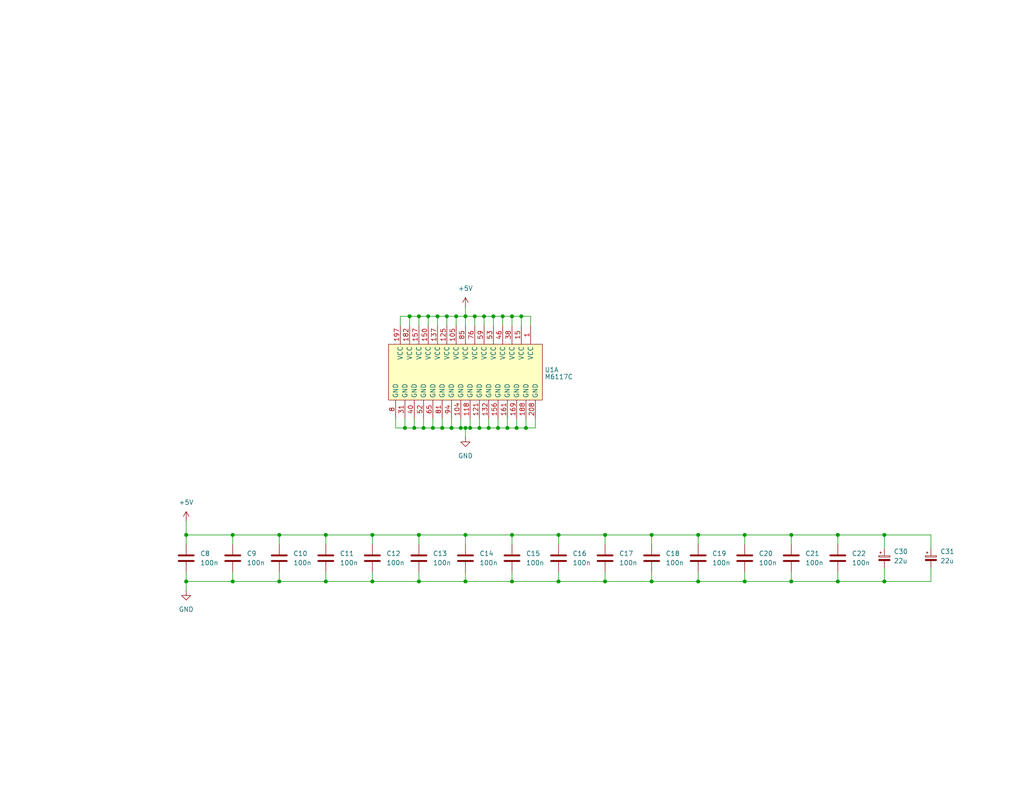
<source format=kicad_sch>
(kicad_sch (version 20250114) (generator "eeschema") (generator_version "9.0")
  (paper "USLetter")
  (lib_symbols
    (symbol "Device:C" (pin_numbers (hide yes)) (pin_names (offset 0.254))
      (property "Reference" "C" (at 0.635 2.54 0))
      (property "Value" "C" (at 0.635 -2.54 0))
      (symbol "C_0_1"
        (polyline (pts (xy -2.032 0.762) (xy 2.032 0.762)) (stroke (width 0.508)))
        (polyline (pts (xy -2.032 -0.762) (xy 2.032 -0.762)) (stroke (width 0.508)))
      )
      (symbol "C_1_1"
        (pin passive line (at 0 3.81 270) (length 2.794) (name "~") (number "1"))
        (pin passive line (at 0 -3.81 90) (length 2.794) (name "~") (number "2"))
      )
    )
    (symbol "Device:C_Polarized_Small" (pin_numbers (hide yes)) (pin_names (offset 0.254) (hide yes))
      (property "Reference" "C" (at 0.254 1.778 0))
      (property "Value" "C_Polarized_Small" (at 0.254 -2.032 0))
      (symbol "C_Polarized_Small_0_1"
        (rectangle (start -1.524 0.6858) (end 1.524 0.3048))
        (rectangle (start -1.524 -0.3048) (end 1.524 -0.6858) (fill (type outline)))
        (polyline (pts (xy -1.27 1.524) (xy -0.762 1.524)))
        (polyline (pts (xy -1.016 1.27) (xy -1.016 1.778)))
      )
      (symbol "C_Polarized_Small_1_1"
        (pin passive line (at 0 2.54 270) (length 1.8542) (name "~") (number "1"))
        (pin passive line (at 0 -2.54 90) (length 1.8542) (name "~") (number "2"))
      )
    )
    (symbol "pc-parts:M6117C"
      (property "Reference" "U" (at 0 0 0))
      (symbol "M6117C_1_0"
        (unit_name "Power")
        (pin power_in line (at -19.05 -12.7 90) (length 5.08) (name "GND") (number "8"))
        (pin power_in line (at -17.78 12.7 270) (length 5.08) (name "VCC") (number "197"))
        (pin power_in line (at -16.51 -12.7 90) (length 5.08) (name "GND") (number "31"))
        (pin power_in line (at -15.24 12.7 270) (length 5.08) (name "VCC") (number "182"))
        (pin power_in line (at -13.97 -12.7 90) (length 5.08) (name "GND") (number "40"))
        (pin power_in line (at -12.7 12.7 270) (length 5.08) (name "VCC") (number "157"))
        (pin power_in line (at -11.43 -12.7 90) (length 5.08) (name "GND") (number "52"))
        (pin power_in line (at -10.16 12.7 270) (length 5.08) (name "VCC") (number "150"))
        (pin power_in line (at -8.89 -12.7 90) (length 5.08) (name "GND") (number "65"))
        (pin power_in line (at -7.62 12.7 270) (length 5.08) (name "VCC") (number "137"))
        (pin power_in line (at -6.35 -12.7 90) (length 5.08) (name "GND") (number "81"))
        (pin power_in line (at -5.08 12.7 270) (length 5.08) (name "VCC") (number "125"))
        (pin power_in line (at -3.81 -12.7 90) (length 5.08) (name "GND") (number "94"))
        (pin power_in line (at -2.54 12.7 270) (length 5.08) (name "VCC") (number "105"))
        (pin power_in line (at -1.27 -12.7 90) (length 5.08) (name "GND") (number "104"))
        (pin power_in line (at 0 12.7 270) (length 5.08) (name "VCC") (number "85"))
        (pin power_in line (at 1.27 -12.7 90) (length 5.08) (name "GND") (number "118"))
        (pin power_in line (at 2.54 12.7 270) (length 5.08) (name "VCC") (number "76"))
        (pin power_in line (at 3.81 -12.7 90) (length 5.08) (name "GND") (number "121"))
        (pin power_in line (at 5.08 12.7 270) (length 5.08) (name "VCC") (number "59"))
        (pin power_in line (at 6.35 -12.7 90) (length 5.08) (name "GND") (number "132"))
        (pin power_in line (at 7.62 12.7 270) (length 5.08) (name "VCC") (number "53"))
        (pin power_in line (at 8.89 -12.7 90) (length 5.08) (name "GND") (number "156"))
        (pin power_in line (at 10.16 12.7 270) (length 5.08) (name "VCC") (number "46"))
        (pin power_in line (at 11.43 -12.7 90) (length 5.08) (name "GND") (number "161"))
        (pin power_in line (at 12.7 12.7 270) (length 5.08) (name "VCC") (number "38"))
        (pin power_in line (at 13.97 -12.7 90) (length 5.08) (name "GND") (number "169"))
        (pin power_in line (at 15.24 12.7 270) (length 5.08) (name "VCC") (number "15"))
        (pin power_in line (at 16.51 -12.7 90) (length 5.08) (name "GND") (number "188"))
        (pin power_in line (at 17.78 12.7 270) (length 5.08) (name "VCC") (number "1"))
        (pin power_in line (at 19.05 -12.7 90) (length 5.08) (name "GND") (number "208"))
      )
      (symbol "M6117C_1_1"
        (unit_name "Power")
        (rectangle (start -20.955 7.62) (end 20.955 -7.62) (fill (type background)))
      )
      (symbol "M6117C_2_0"
        (unit_name "RAM")
        (pin output line (at -19.05 31.75 0) (length 5.08) (name "MA0") (number "108"))
        (pin output line (at -19.05 29.21 0) (length 5.08) (name "MA1") (number "107"))
        (pin output line (at -19.05 26.67 0) (length 5.08) (name "MA2") (number "106"))
        (pin output line (at -19.05 24.13 0) (length 5.08) (name "MA3") (number "103"))
        (pin output line (at -19.05 21.59 0) (length 5.08) (name "MA4") (number "102"))
        (pin output line (at -19.05 19.05 0) (length 5.08) (name "MA5") (number "101"))
        (pin output line (at -19.05 16.51 0) (length 5.08) (name "MA6") (number "100"))
        (pin output line (at -19.05 13.97 0) (length 5.08) (name "MA7") (number "99"))
        (pin output line (at -19.05 11.43 0) (length 5.08) (name "MA8") (number "98"))
        (pin output line (at -19.05 8.89 0) (length 5.08) (name "MA9") (number "97"))
        (pin output line (at -19.05 6.35 0) (length 5.08) (name "MA10") (number "96"))
        (pin output line (at -19.05 3.81 0) (length 5.08) (name "MA11") (number "95"))
        (pin output line (at -19.05 -1.27 0) (length 5.08) (name "~{RAS0}") (number "84"))
        (pin output line (at -19.05 -3.81 0) (length 5.08) (name "~{RAS1}") (number "83"))
        (pin output line (at -19.05 -6.35 0) (length 5.08) (name "~{RAS2}") (number "82"))
        (pin output line (at -19.05 -8.89 0) (length 5.08) (name "~{RAS3}") (number "80"))
        (pin output line (at -19.05 -13.97 0) (length 5.08) (name "~{CAS0L}") (number "93"))
        (pin output line (at -19.05 -16.51 0) (length 5.08) (name "~{CAS0H}") (number "92"))
        (pin output line (at -19.05 -19.05 0) (length 5.08) (name "~{CAS1L}") (number "91"))
        (pin output line (at -19.05 -21.59 0) (length 5.08) (name "~{CAS1H}") (number "90"))
        (pin output line (at -19.05 -24.13 0) (length 5.08) (name "~{CAS2L}") (number "89"))
        (pin output line (at -19.05 -26.67 0) (length 5.08) (name "~{CAS2H}") (number "88"))
        (pin output line (at -19.05 -29.21 0) (length 5.08) (name "~{CAS3L}") (number "87"))
        (pin output line (at -19.05 -31.75 0) (length 5.08) (name "~{CAS3H}") (number "86"))
        (pin bidirectional line (at 19.05 31.75 180) (length 5.08) (name "BD0") (number "75"))
        (pin bidirectional line (at 19.05 29.21 180) (length 5.08) (name "BD1") (number "74"))
        (pin bidirectional line (at 19.05 26.67 180) (length 5.08) (name "BD2") (number "73"))
        (pin bidirectional line (at 19.05 24.13 180) (length 5.08) (name "BD3") (number "72"))
        (pin bidirectional line (at 19.05 21.59 180) (length 5.08) (name "BD4") (number "71"))
        (pin bidirectional line (at 19.05 19.05 180) (length 5.08) (name "BD5") (number "70"))
        (pin bidirectional line (at 19.05 16.51 180) (length 5.08) (name "BD6") (number "69"))
        (pin bidirectional line (at 19.05 13.97 180) (length 5.08) (name "BD7") (number "68"))
        (pin bidirectional line (at 19.05 11.43 180) (length 5.08) (name "BD8") (number "67"))
        (pin bidirectional line (at 19.05 8.89 180) (length 5.08) (name "BD9") (number "66"))
        (pin bidirectional line (at 19.05 6.35 180) (length 5.08) (name "BD10") (number "64"))
        (pin bidirectional line (at 19.05 3.81 180) (length 5.08) (name "BD11") (number "63"))
        (pin bidirectional line (at 19.05 1.27 180) (length 5.08) (name "BD12") (number "62"))
        (pin bidirectional line (at 19.05 -1.27 180) (length 5.08) (name "BD13") (number "61"))
        (pin bidirectional line (at 19.05 -3.81 180) (length 5.08) (name "BD14") (number "60"))
        (pin bidirectional line (at 19.05 -6.35 180) (length 5.08) (name "BD15") (number "58"))
        (pin bidirectional line (at 19.05 -11.43 180) (length 5.08) (name "PDH") (number "77"))
        (pin bidirectional line (at 19.05 -13.97 180) (length 5.08) (name "PDL") (number "78"))
        (pin output line (at 19.05 -19.05 180) (length 5.08) (name "~{WE}") (number "79"))
      )
      (symbol "M6117C_2_1"
        (unit_name "RAM")
        (rectangle (start -13.97 33.655) (end 13.97 -33.655) (fill (type background)))
      )
      (symbol "M6117C_3_0"
        (unit_name "RTC and ROM Interface")
        (pin power_in line (at -19.05 12.7 0) (length 5.08) (name "VBAT") (number "110"))
        (pin input line (at -19.05 7.62 0) (length 5.08) (name "XTAL1") (number "111"))
        (pin output line (at -19.05 5.08 0) (length 5.08) (name "XTAL2") (number "112"))
        (pin output line (at -19.05 0 0) (length 5.08) (name "AS") (number "109"))
        (pin output line (at -19.05 -5.08 0) (length 5.08) (name "~{RTCW}") (number "114"))
        (pin output line (at -19.05 -7.62 0) (length 5.08) (name "~{RTCR}") (number "115"))
        (pin input line (at -19.05 -12.7 0) (length 5.08) (name "~{IRQ8}") (number "116"))
        (pin bidirectional line (at 19.05 12.7 180) (length 5.08) (name "XD0") (number "136"))
        (pin bidirectional line (at 19.05 10.16 180) (length 5.08) (name "XD1") (number "135"))
        (pin bidirectional line (at 19.05 7.62 180) (length 5.08) (name "XD2") (number "134"))
        (pin bidirectional line (at 19.05 5.08 180) (length 5.08) (name "XD3") (number "133"))
        (pin bidirectional line (at 19.05 2.54 180) (length 5.08) (name "XD4") (number "131"))
        (pin bidirectional line (at 19.05 0 180) (length 5.08) (name "XD5") (number "130"))
        (pin bidirectional line (at 19.05 -2.54 180) (length 5.08) (name "XD6") (number "129"))
        (pin bidirectional line (at 19.05 -5.08 180) (length 5.08) (name "XD7") (number "128"))
        (pin bidirectional line (at 19.05 -10.16 180) (length 5.08) (name "~{ROMKBCS}") (number "119"))
      )
      (symbol "M6117C_3_1"
        (unit_name "RTC and ROM Interface")
        (rectangle (start -13.97 15.24) (end 13.97 -15.24) (fill (type background)))
      )
      (symbol "M6117C_4_0"
        (unit_name "NPU Interface")
        (pin output line (at -19.05 8.89 0) (length 5.08) (name "BA25") (number "42"))
        (pin output line (at -19.05 6.35 0) (length 5.08) (name "BA24") (number "43"))
        (pin output line (at -19.05 3.81 0) (length 5.08) (name "BA23") (number "44"))
        (pin output line (at -19.05 1.27 0) (length 5.08) (name "BA2") (number "45"))
        (pin input line (at -19.05 -1.27 0) (length 5.08) (name "~{BUSY7}") (number "47"))
        (pin input line (at -19.05 -3.81 0) (length 5.08) (name "~{ERR7}") (number "55"))
        (pin input line (at -19.05 -6.35 0) (length 5.08) (name "~{NPRDY7}") (number "56"))
        (pin input line (at -19.05 -8.89 0) (length 5.08) (name "PRQ7") (number "57"))
        (pin output line (at 19.05 8.89 180) (length 5.08) (name "W/~{R}") (number "48"))
        (pin output line (at 19.05 6.35 180) (length 5.08) (name "D/~{C}") (number "49"))
        (pin output line (at 19.05 3.81 180) (length 5.08) (name "M/~{IO}") (number "50"))
        (pin output line (at 19.05 1.27 180) (length 5.08) (name "RSTNP") (number "51"))
        (pin output line (at 19.05 -1.27 180) (length 5.08) (name "~{ADS}") (number "54"))
        (pin output line (at 19.05 -3.81 180) (length 5.08) (name "~{BEH}") (number "36"))
        (pin output line (at 19.05 -6.35 180) (length 5.08) (name "~{BEL}") (number "37"))
        (pin output line (at 19.05 -8.89 180) (length 5.08) (name "~{RDY0}") (number "30"))
      )
      (symbol "M6117C_4_1"
        (unit_name "NPU Interface")
        (rectangle (start -13.97 10.795) (end 13.97 -10.795) (fill (type background)))
      )
      (symbol "M6117C_5_0"
        (unit_name "Keyboard and Mouse")
        (pin bidirectional line (at 19.05 5.08 180) (length 5.08) (name "KBCLK") (number "122"))
        (pin bidirectional line (at 19.05 2.54 180) (length 5.08) (name "KBDATA") (number "123"))
        (pin bidirectional line (at 19.05 -2.54 180) (length 5.08) (name "MSCLK") (number "34"))
        (pin bidirectional line (at 19.05 -5.08 180) (length 5.08) (name "MSDATA/IRQ12") (number "155"))
      )
      (symbol "M6117C_5_1"
        (unit_name "Keyboard and Mouse")
        (rectangle (start -13.97 6.985) (end 13.97 -6.985) (fill (type background)))
      )
      (symbol "M6117C_6_0"
        (unit_name "ISA Interface")
        (pin input line (at -19.05 53.34 0) (length 5.08) (name "~{IO16}") (number "3"))
        (pin input line (at -19.05 50.8 0) (length 5.08) (name "~{MEM16}") (number "4"))
        (pin input line (at -19.05 48.26 0) (length 5.08) (name "~{IOCHK}") (number "196"))
        (pin input line (at -19.05 45.72 0) (length 5.08) (name "~{MASTER}") (number "198"))
        (pin bidirectional line (at -19.05 43.18 0) (length 5.08) (name "AEN") (number "199"))
        (pin bidirectional line (at -19.05 40.64 0) (length 5.08) (name "~{BHE}") (number "200"))
        (pin output line (at -19.05 38.1 0) (length 5.08) (name "TC") (number "14"))
        (pin bidirectional line (at -19.05 35.56 0) (length 5.08) (name "~{REFRESH}") (number "163"))
        (pin input line (at -19.05 33.02 0) (length 5.08) (name "IOCHRDY") (number "164"))
        (pin bidirectional line (at -19.05 30.48 0) (length 5.08) (name "~{IOR}") (number "166"))
        (pin bidirectional line (at -19.05 27.94 0) (length 5.08) (name "~{IOW}") (number "167"))
        (pin output line (at -19.05 25.4 0) (length 5.08) (name "~{SMEMR}") (number "168"))
        (pin output line (at -19.05 22.86 0) (length 5.08) (name "~{SMEMW}") (number "170"))
        (pin bidirectional line (at -19.05 20.32 0) (length 5.08) (name "~{MRD}") (number "171"))
        (pin bidirectional line (at -19.05 17.78 0) (length 5.08) (name "~{MWT}") (number "172"))
        (pin output line (at -19.05 15.24 0) (length 5.08) (name "BALE") (number "173"))
        (pin bidirectional line (at -19.05 10.16 0) (length 5.08) (name "~{DACK0}") (number "16"))
        (pin bidirectional line (at -19.05 7.62 0) (length 5.08) (name "DRQ0") (number "17"))
        (pin bidirectional line (at -19.05 5.08 0) (length 5.08) (name "~{DACK1}") (number "18"))
        (pin bidirectional line (at -19.05 2.54 0) (length 5.08) (name "DRQ1") (number "19"))
        (pin bidirectional line (at -19.05 0 0) (length 5.08) (name "~{DACK2}") (number "20"))
        (pin bidirectional line (at -19.05 -2.54 0) (length 5.08) (name "DRQ2") (number "21"))
        (pin bidirectional line (at -19.05 -5.08 0) (length 5.08) (name "~{DACK3}") (number "22"))
        (pin bidirectional line (at -19.05 -7.62 0) (length 5.08) (name "DRQ3") (number "23"))
        (pin bidirectional line (at -19.05 -10.16 0) (length 5.08) (name "~{DACK5}") (number "24"))
        (pin bidirectional line (at -19.05 -12.7 0) (length 5.08) (name "DRQ5") (number "25"))
        (pin bidirectional line (at -19.05 -15.24 0) (length 5.08) (name "~{DACK6}") (number "26"))
        (pin bidirectional line (at -19.05 -17.78 0) (length 5.08) (name "DRQ6") (number "27"))
        (pin bidirectional line (at -19.05 -20.32 0) (length 5.08) (name "~{DACK7}") (number "28"))
        (pin bidirectional line (at -19.05 -22.86 0) (length 5.08) (name "DRQ7") (number "29"))
        (pin bidirectional line (at -19.05 -27.94 0) (length 5.08) (name "IRQ1") (number "124"))
        (pin input line (at -19.05 -30.48 0) (length 5.08) (name "IRQ3") (number "152"))
        (pin input line (at -19.05 -33.02 0) (length 5.08) (name "IRQ4") (number "151"))
        (pin input line (at -19.05 -35.56 0) (length 5.08) (name "IRQ5") (number "149"))
        (pin input line (at -19.05 -38.1 0) (length 5.08) (name "IRQ6") (number "148"))
        (pin input line (at -19.05 -40.64 0) (length 5.08) (name "IRQ7") (number "147"))
        (pin input line (at -19.05 -43.18 0) (length 5.08) (name "IRQ9") (number "146"))
        (pin input line (at -19.05 -45.72 0) (length 5.08) (name "IRQ10") (number "153"))
        (pin input line (at -19.05 -48.26 0) (length 5.08) (name "IRQ11") (number "154"))
        (pin input line (at -19.05 -50.8 0) (length 5.08) (name "IRQ14") (number "158"))
        (pin input line (at -19.05 -53.34 0) (length 5.08) (name "IRQ15") (number "159"))
        (pin bidirectional line (at 19.05 55.88 180) (length 5.08) (name "SD0") (number "145"))
        (pin bidirectional line (at 19.05 53.34 180) (length 5.08) (name "SD1") (number "144"))
        (pin bidirectional line (at 19.05 50.8 180) (length 5.08) (name "SD2") (number "143"))
        (pin bidirectional line (at 19.05 48.26 180) (length 5.08) (name "SD3") (number "142"))
        (pin bidirectional line (at 19.05 45.72 180) (length 5.08) (name "SD4") (number "141"))
        (pin bidirectional line (at 19.05 43.18 180) (length 5.08) (name "SD5") (number "140"))
        (pin bidirectional line (at 19.05 40.64 180) (length 5.08) (name "SD6") (number "139"))
        (pin bidirectional line (at 19.05 38.1 180) (length 5.08) (name "SD7") (number "138"))
        (pin bidirectional line (at 19.05 35.56 180) (length 5.08) (name "SD8") (number "5"))
        (pin bidirectional line (at 19.05 33.02 180) (length 5.08) (name "SD9") (number "6"))
        (pin bidirectional line (at 19.05 30.48 180) (length 5.08) (name "SD10") (number "7"))
        (pin bidirectional line (at 19.05 27.94 180) (length 5.08) (name "SD11") (number "9"))
        (pin bidirectional line (at 19.05 25.4 180) (length 5.08) (name "SD12") (number "10"))
        (pin bidirectional line (at 19.05 22.86 180) (length 5.08) (name "SD13") (number "11"))
        (pin bidirectional line (at 19.05 20.32 180) (length 5.08) (name "SD14") (number "12"))
        (pin bidirectional line (at 19.05 17.78 180) (length 5.08) (name "SD15") (number "13"))
        (pin bidirectional line (at 19.05 12.7 180) (length 5.08) (name "SA0") (number "195"))
        (pin bidirectional line (at 19.05 10.16 180) (length 5.08) (name "SA1") (number "194"))
        (pin bidirectional line (at 19.05 7.62 180) (length 5.08) (name "SA2") (number "193"))
        (pin bidirectional line (at 19.05 5.08 180) (length 5.08) (name "SA3") (number "192"))
        (pin bidirectional line (at 19.05 2.54 180) (length 5.08) (name "SA4") (number "191"))
        (pin bidirectional line (at 19.05 0 180) (length 5.08) (name "SA5") (number "190"))
        (pin bidirectional line (at 19.05 -2.54 180) (length 5.08) (name "SA6") (number "189"))
        (pin bidirectional line (at 19.05 -5.08 180) (length 5.08) (name "SA7") (number "187"))
        (pin bidirectional line (at 19.05 -7.62 180) (length 5.08) (name "SA8") (number "186"))
        (pin bidirectional line (at 19.05 -10.16 180) (length 5.08) (name "SA9") (number "185"))
        (pin bidirectional line (at 19.05 -12.7 180) (length 5.08) (name "SA10") (number "184"))
        (pin bidirectional line (at 19.05 -15.24 180) (length 5.08) (name "SA11") (number "183"))
        (pin bidirectional line (at 19.05 -17.78 180) (length 5.08) (name "SA12") (number "181"))
        (pin bidirectional line (at 19.05 -20.32 180) (length 5.08) (name "SA13") (number "180"))
        (pin bidirectional line (at 19.05 -22.86 180) (length 5.08) (name "SA14") (number "179"))
        (pin bidirectional line (at 19.05 -25.4 180) (length 5.08) (name "SA15") (number "178"))
        (pin bidirectional line (at 19.05 -27.94 180) (length 5.08) (name "SA16") (number "177"))
        (pin bidirectional line (at 19.05 -30.48 180) (length 5.08) (name "~{HDEN}/SA17") (number "176"))
        (pin bidirectional line (at 19.05 -33.02 180) (length 5.08) (name "~{HDCS0}/SA18") (number "175"))
        (pin bidirectional line (at 19.05 -35.56 180) (length 5.08) (name "~{HDCS1}/SA19") (number "174"))
        (pin bidirectional line (at 19.05 -40.64 180) (length 5.08) (name "LA17") (number "207"))
        (pin bidirectional line (at 19.05 -43.18 180) (length 5.08) (name "LA18") (number "206"))
        (pin bidirectional line (at 19.05 -45.72 180) (length 5.08) (name "LA19") (number "205"))
        (pin bidirectional line (at 19.05 -48.26 180) (length 5.08) (name "LA20") (number "204"))
        (pin bidirectional line (at 19.05 -50.8 180) (length 5.08) (name "LA21") (number "203"))
        (pin bidirectional line (at 19.05 -53.34 180) (length 5.08) (name "LA22") (number "202"))
        (pin bidirectional line (at 19.05 -55.88 180) (length 5.08) (name "LA23") (number "201"))
      )
      (symbol "M6117C_6_1"
        (unit_name "ISA Interface")
        (rectangle (start -13.97 58.42) (end 13.97 -58.42) (fill (type background)))
      )
      (symbol "M6117C_7_0"
        (unit_name "Oscillators and Misc")
        (pin input line (at -19.05 12.7 0) (length 5.08) (name "BCLK2") (number "39"))
        (pin input line (at -19.05 10.16 0) (length 5.08) (name "OSC14M") (number "117"))
        (pin input line (at -19.05 5.08 0) (length 5.08) (name "PWG") (number "113"))
        (pin input line (at -19.05 0 0) (length 5.08) (name "~{TEST}") (number "2"))
        (pin input line (at -19.05 -5.08 0) (length 5.08) (name "~{NOWS}") (number "165"))
        (pin input line (at -19.05 -10.16 0) (length 5.08) (name "EXTSW2") (number "126"))
        (pin input line (at -19.05 -12.7 0) (length 5.08) (name "EXTSW1") (number "127"))
        (pin output line (at 19.05 12.7 180) (length 5.08) (name "BCLK1") (number "41"))
        (pin output line (at 19.05 10.16 180) (length 5.08) (name "CK7M") (number "120"))
        (pin output line (at 19.05 7.62 180) (length 5.08) (name "ATCLK") (number "160"))
        (pin output line (at 19.05 2.54 180) (length 5.08) (name "RSTDRV") (number "162"))
        (pin output line (at 19.05 -2.54 180) (length 5.08) (name "SPKR") (number "32"))
        (pin output line (at 19.05 -7.62 180) (length 5.08) (name "CPUSPD") (number "33"))
        (pin output line (at 19.05 -12.7 180) (length 5.08) (name "ENPOWER") (number "35"))
      )
      (symbol "M6117C_7_1"
        (unit_name "Oscillators and Misc")
        (rectangle (start -13.97 15.24) (end 13.97 -15.24) (fill (type background)))
      )
    )
    (symbol "power:+5V" (power) (pin_numbers (hide yes)) (pin_names (offset 0) (hide yes))
      (property "Value" "+5V" (at 0 3.556 0))
      (symbol "+5V_0_1"
        (polyline (pts (xy -0.762 1.27) (xy 0 2.54)))
        (polyline (pts (xy 0 2.54) (xy 0.762 1.27)))
        (polyline (pts (xy 0 0) (xy 0 2.54)))
      )
      (symbol "+5V_1_1"
        (pin power_in line (at 0 0 90) (length 0) (name "~") (number "1"))
      )
    )
    (symbol "power:GND" (power) (pin_numbers (hide yes)) (pin_names (offset 0) (hide yes))
      (property "Value" "GND" (at 0 -3.81 0))
      (symbol "GND_0_1"
        (polyline (pts (xy 0 0) (xy 0 -1.27) (xy 1.27 -1.27) (xy 0 -2.54) (xy -1.27 -1.27) (xy 0 -1.27)))
      )
      (symbol "GND_1_1"
        (pin power_in line (at 0 0 270) (length 0) (name "~") (number "1"))
      )
    )
  )
  (junction (at 228.6 158.75))
  (junction (at 127 146.05))
  (junction (at 127 158.75))
  (junction (at 123.19 116.84))
  (junction (at 111.76 86.36))
  (junction (at 142.24 86.36))
  (junction (at 139.7 146.05))
  (junction (at 165.1 146.05))
  (junction (at 119.38 86.36))
  (junction (at 50.8 146.05))
  (junction (at 125.73 116.84))
  (junction (at 241.3 146.05))
  (junction (at 76.2 158.75))
  (junction (at 121.92 86.36))
  (junction (at 101.6 158.75))
  (junction (at 88.9 146.05))
  (junction (at 113.03 116.84))
  (junction (at 215.9 146.05))
  (junction (at 88.9 158.75))
  (junction (at 139.7 86.36))
  (junction (at 165.1 158.75))
  (junction (at 76.2 146.05))
  (junction (at 137.16 86.36))
  (junction (at 139.7 158.75))
  (junction (at 63.5 158.75))
  (junction (at 118.11 116.84))
  (junction (at 114.3 86.36))
  (junction (at 138.43 116.84))
  (junction (at 152.4 158.75))
  (junction (at 190.5 146.05))
  (junction (at 177.8 146.05))
  (junction (at 203.2 158.75))
  (junction (at 128.27 116.84))
  (junction (at 115.57 116.84))
  (junction (at 130.81 116.84))
  (junction (at 63.5 146.05))
  (junction (at 140.97 116.84))
  (junction (at 132.08 86.36))
  (junction (at 110.49 116.84))
  (junction (at 177.8 158.75))
  (junction (at 124.46 86.36))
  (junction (at 135.89 116.84))
  (junction (at 228.6 146.05))
  (junction (at 114.3 146.05))
  (junction (at 127 116.84))
  (junction (at 133.35 116.84))
  (junction (at 215.9 158.75))
  (junction (at 190.5 158.75))
  (junction (at 143.51 116.84))
  (junction (at 50.8 158.75))
  (junction (at 203.2 146.05))
  (junction (at 120.65 116.84))
  (junction (at 152.4 146.05))
  (junction (at 127 86.36))
  (junction (at 241.3 158.75))
  (junction (at 129.54 86.36))
  (junction (at 101.6 146.05))
  (junction (at 134.62 86.36))
  (junction (at 114.3 158.75))
  (junction (at 116.84 86.36))
  (wire (pts (xy 123.19 116.84) (xy 120.65 116.84)))
  (wire (pts (xy 128.27 116.84) (xy 130.81 116.84)))
  (wire (pts (xy 101.6 146.05) (xy 101.6 148.59)))
  (wire (pts (xy 127 116.84) (xy 128.27 116.84)))
  (wire (pts (xy 101.6 146.05) (xy 114.3 146.05)))
  (wire (pts (xy 110.49 116.84) (xy 107.95 116.84)))
  (wire (pts (xy 115.57 114.3) (xy 115.57 116.84)))
  (wire (pts (xy 142.24 86.36) (xy 144.78 86.36)))
  (wire (pts (xy 130.81 116.84) (xy 133.35 116.84)))
  (wire (pts (xy 139.7 158.75) (xy 152.4 158.75)))
  (wire (pts (xy 114.3 86.36) (xy 116.84 86.36)))
  (wire (pts (xy 146.05 116.84) (xy 146.05 114.3)))
  (wire (pts (xy 152.4 158.75) (xy 165.1 158.75)))
  (wire (pts (xy 119.38 86.36) (xy 121.92 86.36)))
  (wire (pts (xy 215.9 146.05) (xy 215.9 148.59)))
  (wire (pts (xy 63.5 146.05) (xy 76.2 146.05)))
  (wire (pts (xy 134.62 86.36) (xy 137.16 86.36)))
  (wire (pts (xy 101.6 156.21) (xy 101.6 158.75)))
  (wire (pts (xy 88.9 158.75) (xy 101.6 158.75)))
  (wire (pts (xy 76.2 158.75) (xy 88.9 158.75)))
  (wire (pts (xy 241.3 146.05) (xy 228.6 146.05)))
  (wire (pts (xy 228.6 158.75) (xy 228.6 156.21)))
  (wire (pts (xy 121.92 86.36) (xy 124.46 86.36)))
  (wire (pts (xy 63.5 146.05) (xy 63.5 148.59)))
  (wire (pts (xy 129.54 86.36) (xy 129.54 88.9)))
  (wire (pts (xy 177.8 146.05) (xy 190.5 146.05)))
  (wire (pts (xy 228.6 158.75) (xy 241.3 158.75)))
  (wire (pts (xy 165.1 156.21) (xy 165.1 158.75)))
  (wire (pts (xy 111.76 86.36) (xy 111.76 88.9)))
  (wire (pts (xy 165.1 146.05) (xy 165.1 148.59)))
  (wire (pts (xy 254 146.05) (xy 241.3 146.05)))
  (wire (pts (xy 130.81 114.3) (xy 130.81 116.84)))
  (wire (pts (xy 203.2 156.21) (xy 203.2 158.75)))
  (wire (pts (xy 133.35 114.3) (xy 133.35 116.84)))
  (wire (pts (xy 127 146.05) (xy 127 148.59)))
  (wire (pts (xy 132.08 86.36) (xy 134.62 86.36)))
  (wire (pts (xy 215.9 156.21) (xy 215.9 158.75)))
  (wire (pts (xy 190.5 156.21) (xy 190.5 158.75)))
  (wire (pts (xy 111.76 86.36) (xy 114.3 86.36)))
  (wire (pts (xy 114.3 156.21) (xy 114.3 158.75)))
  (wire (pts (xy 139.7 146.05) (xy 139.7 148.59)))
  (wire (pts (xy 120.65 116.84) (xy 118.11 116.84)))
  (wire (pts (xy 177.8 146.05) (xy 177.8 148.59)))
  (wire (pts (xy 88.9 146.05) (xy 88.9 148.59)))
  (wire (pts (xy 118.11 116.84) (xy 115.57 116.84)))
  (wire (pts (xy 133.35 116.84) (xy 135.89 116.84)))
  (wire (pts (xy 177.8 156.21) (xy 177.8 158.75)))
  (wire (pts (xy 114.3 86.36) (xy 114.3 88.9)))
  (wire (pts (xy 135.89 114.3) (xy 135.89 116.84)))
  (wire (pts (xy 76.2 156.21) (xy 76.2 158.75)))
  (wire (pts (xy 241.3 149.86) (xy 241.3 146.05)))
  (wire (pts (xy 109.22 88.9) (xy 109.22 86.36)))
  (wire (pts (xy 50.8 146.05) (xy 50.8 148.59)))
  (wire (pts (xy 152.4 146.05) (xy 165.1 146.05)))
  (wire (pts (xy 101.6 158.75) (xy 114.3 158.75)))
  (wire (pts (xy 138.43 116.84) (xy 140.97 116.84)))
  (wire (pts (xy 143.51 114.3) (xy 143.51 116.84)))
  (wire (pts (xy 114.3 158.75) (xy 127 158.75)))
  (wire (pts (xy 203.2 158.75) (xy 215.9 158.75)))
  (wire (pts (xy 109.22 86.36) (xy 111.76 86.36)))
  (wire (pts (xy 116.84 86.36) (xy 119.38 86.36)))
  (wire (pts (xy 152.4 156.21) (xy 152.4 158.75)))
  (wire (pts (xy 50.8 158.75) (xy 50.8 161.29)))
  (wire (pts (xy 113.03 116.84) (xy 110.49 116.84)))
  (wire (pts (xy 127 119.38) (xy 127 116.84)))
  (wire (pts (xy 114.3 146.05) (xy 114.3 148.59)))
  (wire (pts (xy 139.7 156.21) (xy 139.7 158.75)))
  (wire (pts (xy 107.95 116.84) (xy 107.95 114.3)))
  (wire (pts (xy 120.65 114.3) (xy 120.65 116.84)))
  (wire (pts (xy 152.4 146.05) (xy 152.4 148.59)))
  (wire (pts (xy 190.5 146.05) (xy 203.2 146.05)))
  (wire (pts (xy 50.8 156.21) (xy 50.8 158.75)))
  (wire (pts (xy 88.9 156.21) (xy 88.9 158.75)))
  (wire (pts (xy 140.97 114.3) (xy 140.97 116.84)))
  (wire (pts (xy 228.6 146.05) (xy 228.6 148.59)))
  (wire (pts (xy 114.3 146.05) (xy 127 146.05)))
  (wire (pts (xy 116.84 86.36) (xy 116.84 88.9)))
  (wire (pts (xy 203.2 146.05) (xy 203.2 148.59)))
  (wire (pts (xy 165.1 158.75) (xy 177.8 158.75)))
  (wire (pts (xy 124.46 86.36) (xy 127 86.36)))
  (wire (pts (xy 125.73 114.3) (xy 125.73 116.84)))
  (wire (pts (xy 134.62 86.36) (xy 134.62 88.9)))
  (wire (pts (xy 140.97 116.84) (xy 143.51 116.84)))
  (wire (pts (xy 215.9 158.75) (xy 228.6 158.75)))
  (wire (pts (xy 129.54 86.36) (xy 132.08 86.36)))
  (wire (pts (xy 144.78 86.36) (xy 144.78 88.9)))
  (wire (pts (xy 50.8 158.75) (xy 63.5 158.75)))
  (wire (pts (xy 190.5 146.05) (xy 190.5 148.59)))
  (wire (pts (xy 139.7 86.36) (xy 139.7 88.9)))
  (wire (pts (xy 132.08 86.36) (xy 132.08 88.9)))
  (wire (pts (xy 241.3 158.75) (xy 254 158.75)))
  (wire (pts (xy 139.7 146.05) (xy 152.4 146.05)))
  (wire (pts (xy 50.8 146.05) (xy 63.5 146.05)))
  (wire (pts (xy 124.46 86.36) (xy 124.46 88.9)))
  (wire (pts (xy 88.9 146.05) (xy 101.6 146.05)))
  (wire (pts (xy 123.19 114.3) (xy 123.19 116.84)))
  (wire (pts (xy 203.2 146.05) (xy 215.9 146.05)))
  (wire (pts (xy 63.5 156.21) (xy 63.5 158.75)))
  (wire (pts (xy 241.3 158.75) (xy 241.3 154.94)))
  (wire (pts (xy 127 86.36) (xy 129.54 86.36)))
  (wire (pts (xy 76.2 146.05) (xy 76.2 148.59)))
  (wire (pts (xy 143.51 116.84) (xy 146.05 116.84)))
  (wire (pts (xy 118.11 114.3) (xy 118.11 116.84)))
  (wire (pts (xy 139.7 86.36) (xy 142.24 86.36)))
  (wire (pts (xy 128.27 114.3) (xy 128.27 116.84)))
  (wire (pts (xy 138.43 114.3) (xy 138.43 116.84)))
  (wire (pts (xy 50.8 142.24) (xy 50.8 146.05)))
  (wire (pts (xy 125.73 116.84) (xy 123.19 116.84)))
  (wire (pts (xy 165.1 146.05) (xy 177.8 146.05)))
  (wire (pts (xy 135.89 116.84) (xy 138.43 116.84)))
  (wire (pts (xy 113.03 114.3) (xy 113.03 116.84)))
  (wire (pts (xy 254 149.86) (xy 254 146.05)))
  (wire (pts (xy 110.49 114.3) (xy 110.49 116.84)))
  (wire (pts (xy 190.5 158.75) (xy 203.2 158.75)))
  (wire (pts (xy 137.16 86.36) (xy 137.16 88.9)))
  (wire (pts (xy 115.57 116.84) (xy 113.03 116.84)))
  (wire (pts (xy 127 116.84) (xy 125.73 116.84)))
  (wire (pts (xy 215.9 146.05) (xy 228.6 146.05)))
  (wire (pts (xy 177.8 158.75) (xy 190.5 158.75)))
  (wire (pts (xy 254 154.94) (xy 254 158.75)))
  (wire (pts (xy 119.38 86.36) (xy 119.38 88.9)))
  (wire (pts (xy 127 156.21) (xy 127 158.75)))
  (wire (pts (xy 127 86.36) (xy 127 88.9)))
  (wire (pts (xy 142.24 86.36) (xy 142.24 88.9)))
  (wire (pts (xy 121.92 86.36) (xy 121.92 88.9)))
  (wire (pts (xy 63.5 158.75) (xy 76.2 158.75)))
  (wire (pts (xy 76.2 146.05) (xy 88.9 146.05)))
  (wire (pts (xy 137.16 86.36) (xy 139.7 86.36)))
  (wire (pts (xy 127 158.75) (xy 139.7 158.75)))
  (wire (pts (xy 127 146.05) (xy 139.7 146.05)))
  (wire (pts (xy 127 86.36) (xy 127 83.82)))
  (symbol (lib_id "Device:C") (at 76.2 152.4 0) (unit 1)
    (property "Reference" "C10" (at 80.01 151.1299 0) (effects (justify left)))
    (property "Value" "100n" (at 80.01 153.6699 0) (effects (justify left)))
    (property "Footprint" "Capacitor_SMD:C_0603_1608Metric_Pad1.08x0.95mm_HandSolder" (effects (hide yes)))
    (property "Description" "Unpolarized capacitor" (effects (hide yes)))
  )
  (symbol (lib_id "Device:C") (at 114.3 152.4 0) (unit 1)
    (property "Reference" "C13" (at 118.11 151.1299 0) (effects (justify left)))
    (property "Value" "100n" (at 118.11 153.6699 0) (effects (justify left)))
    (property "Footprint" "Capacitor_SMD:C_0603_1608Metric_Pad1.08x0.95mm_HandSolder" (effects (hide yes)))
    (property "Description" "Unpolarized capacitor" (effects (hide yes)))
  )
  (symbol (lib_id "power:GND") (at 127 119.38 0) (unit 1)
    (property "Reference" "#PWR022" (effects (hide yes)))
    (property "Value" "GND" (at 127 124.46 0))
    (property "Description" "Power symbol creates a global label with name \"GND\" , ground" (effects (hide yes)))
  )
  (symbol (lib_id "Device:C") (at 177.8 152.4 0) (unit 1)
    (property "Reference" "C18" (at 181.61 151.1299 0) (effects (justify left)))
    (property "Value" "100n" (at 181.61 153.6699 0) (effects (justify left)))
    (property "Footprint" "Capacitor_SMD:C_0603_1608Metric_Pad1.08x0.95mm_HandSolder" (effects (hide yes)))
    (property "Description" "Unpolarized capacitor" (effects (hide yes)))
  )
  (symbol (lib_id "Device:C") (at 50.8 152.4 0) (unit 1)
    (property "Reference" "C8" (at 54.61 151.1299 0) (effects (justify left)))
    (property "Value" "100n" (at 54.61 153.6699 0) (effects (justify left)))
    (property "Footprint" "Capacitor_SMD:C_0603_1608Metric_Pad1.08x0.95mm_HandSolder" (effects (hide yes)))
    (property "Description" "Unpolarized capacitor" (effects (hide yes)))
  )
  (symbol (lib_id "Device:C") (at 101.6 152.4 0) (unit 1)
    (property "Reference" "C12" (at 105.41 151.1299 0) (effects (justify left)))
    (property "Value" "100n" (at 105.41 153.6699 0) (effects (justify left)))
    (property "Footprint" "Capacitor_SMD:C_0603_1608Metric_Pad1.08x0.95mm_HandSolder" (effects (hide yes)))
    (property "Description" "Unpolarized capacitor" (effects (hide yes)))
  )
  (symbol (lib_id "pc-parts:M6117C") (at 127 101.6 0) (unit 1)
    (property "Reference" "U1" (at 148.59 100.9649 0) (effects (justify left)))
    (property "Value" "M6117C" (at 148.59 102.87 0) (effects (justify left)))
    (property "Footprint" "Package_QFP:PQFP-208_28x28mm_P0.5mm" (effects (hide yes)))
  )
  (symbol (lib_id "Device:C") (at 127 152.4 0) (unit 1)
    (property "Reference" "C14" (at 130.81 151.1299 0) (effects (justify left)))
    (property "Value" "100n" (at 130.81 153.6699 0) (effects (justify left)))
    (property "Footprint" "Capacitor_SMD:C_0603_1608Metric_Pad1.08x0.95mm_HandSolder" (effects (hide yes)))
    (property "Description" "Unpolarized capacitor" (effects (hide yes)))
  )
  (symbol (lib_id "Device:C") (at 215.9 152.4 0) (unit 1)
    (property "Reference" "C21" (at 219.71 151.1299 0) (effects (justify left)))
    (property "Value" "100n" (at 219.71 153.6699 0) (effects (justify left)))
    (property "Footprint" "Capacitor_SMD:C_0603_1608Metric_Pad1.08x0.95mm_HandSolder" (effects (hide yes)))
    (property "Description" "Unpolarized capacitor" (effects (hide yes)))
  )
  (symbol (lib_id "Device:C") (at 165.1 152.4 0) (unit 1)
    (property "Reference" "C17" (at 168.91 151.1299 0) (effects (justify left)))
    (property "Value" "100n" (at 168.91 153.6699 0) (effects (justify left)))
    (property "Footprint" "Capacitor_SMD:C_0603_1608Metric_Pad1.08x0.95mm_HandSolder" (effects (hide yes)))
    (property "Description" "Unpolarized capacitor" (effects (hide yes)))
  )
  (symbol (lib_id "Device:C") (at 228.6 152.4 0) (unit 1)
    (property "Reference" "C22" (at 232.41 151.1299 0) (effects (justify left)))
    (property "Value" "100n" (at 232.41 153.6699 0) (effects (justify left)))
    (property "Footprint" "Capacitor_SMD:C_0603_1608Metric_Pad1.08x0.95mm_HandSolder" (effects (hide yes)))
    (property "Description" "Unpolarized capacitor" (effects (hide yes)))
  )
  (symbol (lib_id "power:+5V") (at 50.8 142.24 0) (unit 1)
    (property "Reference" "#PWR024" (effects (hide yes)))
    (property "Value" "+5V" (at 50.8 137.16 0))
    (property "Description" "Power symbol creates a global label with name \"+5V\"" (effects (hide yes)))
  )
  (symbol (lib_id "Device:C") (at 88.9 152.4 0) (unit 1)
    (property "Reference" "C11" (at 92.71 151.1299 0) (effects (justify left)))
    (property "Value" "100n" (at 92.71 153.6699 0) (effects (justify left)))
    (property "Footprint" "Capacitor_SMD:C_0603_1608Metric_Pad1.08x0.95mm_HandSolder" (effects (hide yes)))
    (property "Description" "Unpolarized capacitor" (effects (hide yes)))
  )
  (symbol (lib_id "Device:C") (at 139.7 152.4 0) (unit 1)
    (property "Reference" "C15" (at 143.51 151.1299 0) (effects (justify left)))
    (property "Value" "100n" (at 143.51 153.6699 0) (effects (justify left)))
    (property "Footprint" "Capacitor_SMD:C_0603_1608Metric_Pad1.08x0.95mm_HandSolder" (effects (hide yes)))
    (property "Description" "Unpolarized capacitor" (effects (hide yes)))
  )
  (symbol (lib_id "power:GND") (at 50.8 161.29 0) (unit 1)
    (property "Reference" "#PWR023" (effects (hide yes)))
    (property "Value" "GND" (at 50.8 166.37 0))
    (property "Description" "Power symbol creates a global label with name \"GND\" , ground" (effects (hide yes)))
  )
  (symbol (lib_id "Device:C_Polarized_Small") (at 241.3 152.4 0) (unit 1)
    (property "Reference" "C30" (at 243.84 150.5838 0) (effects (justify left)))
    (property "Value" "22u" (at 243.84 153.1238 0) (effects (justify left)))
    (property "Footprint" "Capacitor_SMD:CP_Elec_5x5.3" (effects (hide yes)))
    (property "Description" "Polarized capacitor, small symbol" (effects (hide yes)))
  )
  (symbol (lib_id "power:+5V") (at 127 83.82 0) (unit 1)
    (property "Reference" "#PWR021" (effects (hide yes)))
    (property "Value" "+5V" (at 127 78.74 0))
    (property "Description" "Power symbol creates a global label with name \"+5V\"" (effects (hide yes)))
  )
  (symbol (lib_id "Device:C") (at 152.4 152.4 0) (unit 1)
    (property "Reference" "C16" (at 156.21 151.1299 0) (effects (justify left)))
    (property "Value" "100n" (at 156.21 153.6699 0) (effects (justify left)))
    (property "Footprint" "Capacitor_SMD:C_0603_1608Metric_Pad1.08x0.95mm_HandSolder" (effects (hide yes)))
    (property "Description" "Unpolarized capacitor" (effects (hide yes)))
  )
  (symbol (lib_id "Device:C") (at 203.2 152.4 0) (unit 1)
    (property "Reference" "C20" (at 207.01 151.1299 0) (effects (justify left)))
    (property "Value" "100n" (at 207.01 153.6699 0) (effects (justify left)))
    (property "Footprint" "Capacitor_SMD:C_0603_1608Metric_Pad1.08x0.95mm_HandSolder" (effects (hide yes)))
    (property "Description" "Unpolarized capacitor" (effects (hide yes)))
  )
  (symbol (lib_id "Device:C_Polarized_Small") (at 254 152.4 0) (unit 1)
    (property "Reference" "C31" (at 256.54 150.5838 0) (effects (justify left)))
    (property "Value" "22u" (at 256.54 153.1238 0) (effects (justify left)))
    (property "Footprint" "Capacitor_SMD:CP_Elec_5x5.3" (effects (hide yes)))
    (property "Description" "Polarized capacitor, small symbol" (effects (hide yes)))
  )
  (symbol (lib_id "Device:C") (at 63.5 152.4 0) (unit 1)
    (property "Reference" "C9" (at 67.31 151.1299 0) (effects (justify left)))
    (property "Value" "100n" (at 67.31 153.6699 0) (effects (justify left)))
    (property "Footprint" "Capacitor_SMD:C_0603_1608Metric_Pad1.08x0.95mm_HandSolder" (effects (hide yes)))
    (property "Description" "Unpolarized capacitor" (effects (hide yes)))
  )
  (symbol (lib_id "Device:C") (at 190.5 152.4 0) (unit 1)
    (property "Reference" "C19" (at 194.31 151.1299 0) (effects (justify left)))
    (property "Value" "100n" (at 194.31 153.6699 0) (effects (justify left)))
    (property "Footprint" "Capacitor_SMD:C_0603_1608Metric_Pad1.08x0.95mm_HandSolder" (effects (hide yes)))
    (property "Description" "Unpolarized capacitor" (effects (hide yes)))
  )
)
</source>
